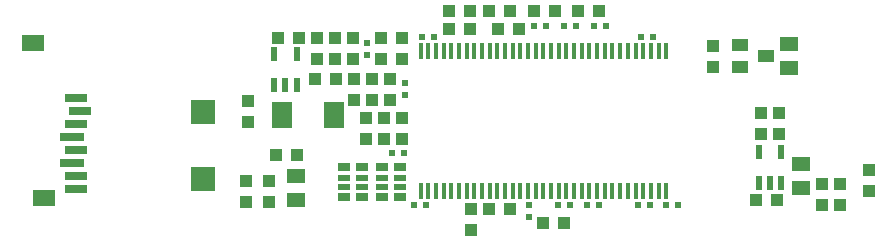
<source format=gbr>
G75*
G70*
%OFA0B0*%
%FSLAX24Y24*%
%IPPOS*%
%LPD*%
%AMOC8*
5,1,8,0,0,1.08239X$1,22.5*
%
%ADD10R,0.0400X0.0400*%
%ADD11R,0.0240X0.0230*%
%ADD12R,0.0230X0.0240*%
%ADD13R,0.0748X0.0315*%
%ADD14R,0.0827X0.0315*%
%ADD15R,0.0787X0.0787*%
%ADD16R,0.0748X0.0551*%
%ADD17R,0.0600X0.0500*%
%ADD18R,0.0157X0.0551*%
%ADD19R,0.0217X0.0472*%
%ADD20R,0.0400X0.0300*%
%ADD21R,0.0400X0.0200*%
%ADD22R,0.0700X0.0900*%
%ADD23R,0.0551X0.0394*%
D10*
X013758Y010502D03*
X014508Y010502D03*
X014508Y011202D03*
X013758Y011202D03*
X014758Y012052D03*
X015458Y012052D03*
X013808Y013152D03*
X013808Y013852D03*
X016058Y014602D03*
X016758Y014602D03*
X017358Y014602D03*
X017958Y014602D03*
X018558Y014602D03*
X018558Y013902D03*
X017958Y013902D03*
X017358Y013902D03*
X017758Y013302D03*
X018358Y013302D03*
X018958Y013302D03*
X018958Y012602D03*
X018358Y012602D03*
X017758Y012602D03*
X021258Y010252D03*
X021858Y010252D03*
X022558Y010252D03*
X023658Y009802D03*
X024358Y009802D03*
X021258Y009552D03*
X030758Y010552D03*
X031458Y010552D03*
X032958Y010402D03*
X033558Y010402D03*
X034508Y010852D03*
X033558Y011102D03*
X032958Y011102D03*
X034508Y011552D03*
X031508Y012752D03*
X030908Y012752D03*
X030908Y013452D03*
X031508Y013452D03*
X029308Y015002D03*
X029308Y015702D03*
X025508Y016852D03*
X024808Y016852D03*
X024058Y016852D03*
X023358Y016852D03*
X022558Y016852D03*
X021858Y016852D03*
X021208Y016852D03*
X020508Y016852D03*
X020508Y016252D03*
X021208Y016252D03*
X022158Y016252D03*
X022858Y016252D03*
X018958Y015952D03*
X018258Y015952D03*
X018258Y015252D03*
X018958Y015252D03*
X017308Y015252D03*
X016708Y015252D03*
X016108Y015252D03*
X016108Y015952D03*
X016708Y015952D03*
X017308Y015952D03*
X015508Y015952D03*
X014808Y015952D03*
D11*
X019608Y016002D03*
X020008Y016002D03*
X023358Y016352D03*
X023758Y016352D03*
X024358Y016352D03*
X024758Y016352D03*
X025358Y016352D03*
X025758Y016352D03*
X026908Y016002D03*
X027308Y016002D03*
X019008Y012127D03*
X018608Y012127D03*
X019358Y010402D03*
X019758Y010402D03*
X024158Y010402D03*
X024558Y010402D03*
X025108Y010402D03*
X025508Y010402D03*
X026808Y010402D03*
X027208Y010402D03*
X027758Y010402D03*
X028158Y010402D03*
D12*
X023183Y010397D03*
X023183Y009997D03*
X019033Y014052D03*
X019033Y014452D03*
X017783Y015402D03*
X017783Y015802D03*
D13*
X008224Y013529D03*
X008067Y013096D03*
X008067Y013962D03*
X008067Y012229D03*
X008067Y011363D03*
X008067Y010930D03*
D14*
X007949Y011796D03*
X007949Y012663D03*
D15*
X012319Y013489D03*
X012319Y011245D03*
D16*
X007023Y010615D03*
X006630Y015792D03*
D17*
X015408Y011352D03*
X015408Y010552D03*
X031858Y014952D03*
X031858Y015752D03*
X032258Y011752D03*
X032258Y010952D03*
D18*
X027753Y010869D03*
X027497Y010869D03*
X027241Y010869D03*
X026985Y010869D03*
X026729Y010869D03*
X026473Y010869D03*
X026217Y010869D03*
X025961Y010869D03*
X025705Y010869D03*
X025449Y010869D03*
X025194Y010869D03*
X024938Y010869D03*
X024682Y010869D03*
X024426Y010869D03*
X024170Y010869D03*
X023914Y010869D03*
X023658Y010869D03*
X023402Y010869D03*
X023146Y010869D03*
X022890Y010869D03*
X022634Y010869D03*
X022379Y010869D03*
X022123Y010869D03*
X021867Y010869D03*
X021611Y010869D03*
X021355Y010869D03*
X021099Y010869D03*
X020843Y010869D03*
X020587Y010869D03*
X020331Y010869D03*
X020075Y010869D03*
X019820Y010869D03*
X019564Y010869D03*
X019564Y015535D03*
X019820Y015535D03*
X020075Y015535D03*
X020331Y015535D03*
X020587Y015535D03*
X020843Y015535D03*
X021099Y015535D03*
X021355Y015535D03*
X021611Y015535D03*
X021867Y015535D03*
X022123Y015535D03*
X022379Y015535D03*
X022634Y015535D03*
X022890Y015535D03*
X023146Y015535D03*
X023402Y015535D03*
X023658Y015535D03*
X023914Y015535D03*
X024170Y015535D03*
X024426Y015535D03*
X024682Y015535D03*
X024938Y015535D03*
X025194Y015535D03*
X025449Y015535D03*
X025705Y015535D03*
X025961Y015535D03*
X026217Y015535D03*
X026473Y015535D03*
X026729Y015535D03*
X026985Y015535D03*
X027241Y015535D03*
X027497Y015535D03*
X027753Y015535D03*
D19*
X030834Y012164D03*
X031582Y012164D03*
X031582Y011140D03*
X031208Y011140D03*
X030834Y011140D03*
X015432Y014390D03*
X015058Y014390D03*
X014684Y014390D03*
X014684Y015414D03*
X015432Y015414D03*
D20*
X017008Y011652D03*
X017608Y011652D03*
X018288Y011652D03*
X018888Y011652D03*
X018888Y010652D03*
X018288Y010652D03*
X017608Y010652D03*
X017008Y010652D03*
D21*
X017008Y011002D03*
X017008Y011302D03*
X017608Y011302D03*
X017608Y011002D03*
X018288Y011002D03*
X018288Y011302D03*
X018888Y011302D03*
X018888Y011002D03*
D22*
X016665Y013402D03*
X014951Y013402D03*
D23*
X030225Y014978D03*
X031091Y015352D03*
X030225Y015726D03*
M02*

</source>
